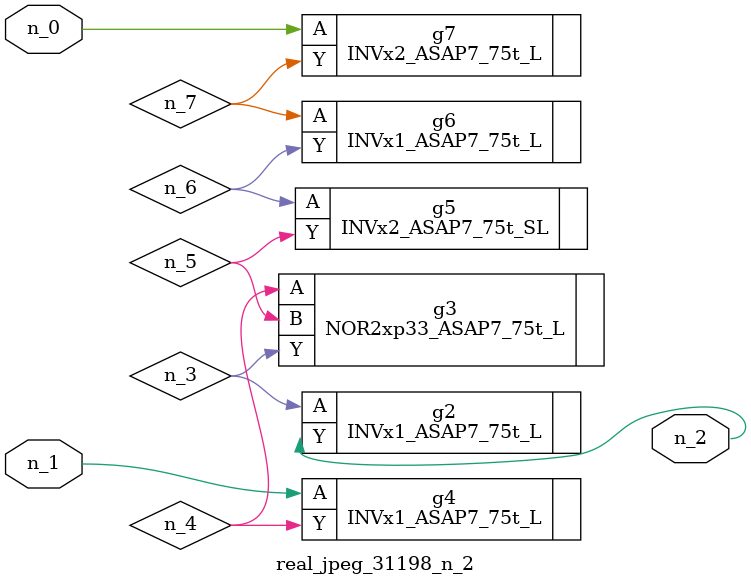
<source format=v>
module real_jpeg_31198_n_2 (n_1, n_0, n_2);

input n_1;
input n_0;

output n_2;

wire n_5;
wire n_4;
wire n_6;
wire n_7;
wire n_3;

INVx2_ASAP7_75t_L g7 ( 
.A(n_0),
.Y(n_7)
);

INVx1_ASAP7_75t_L g4 ( 
.A(n_1),
.Y(n_4)
);

INVx1_ASAP7_75t_L g2 ( 
.A(n_3),
.Y(n_2)
);

NOR2xp33_ASAP7_75t_L g3 ( 
.A(n_4),
.B(n_5),
.Y(n_3)
);

INVx2_ASAP7_75t_SL g5 ( 
.A(n_6),
.Y(n_5)
);

INVx1_ASAP7_75t_L g6 ( 
.A(n_7),
.Y(n_6)
);


endmodule
</source>
